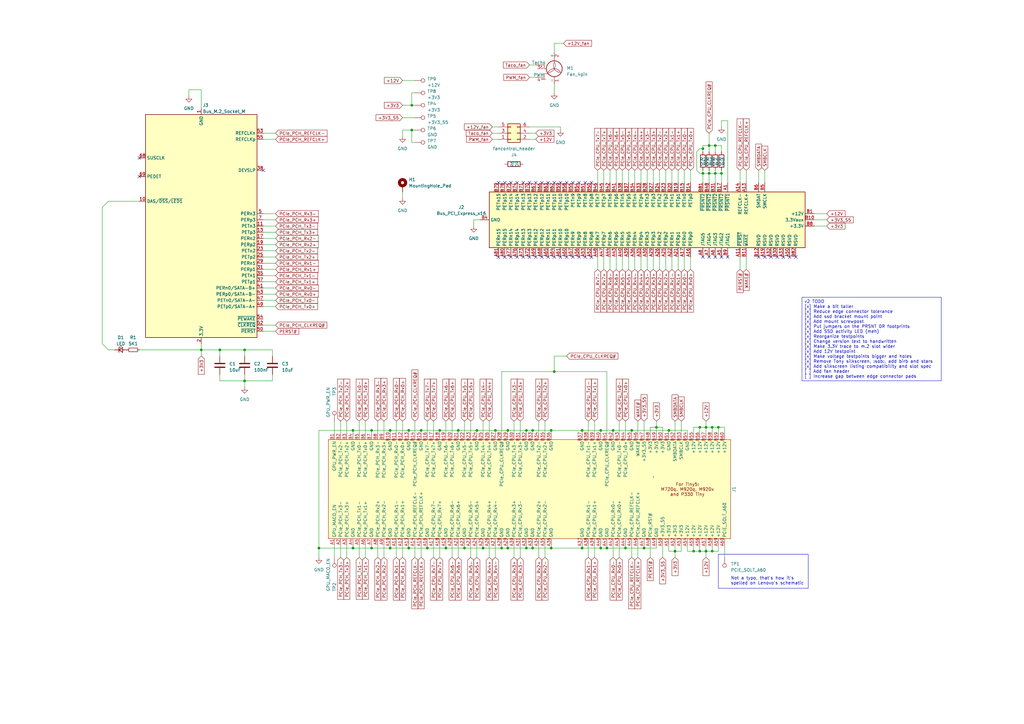
<source format=kicad_sch>
(kicad_sch (version 20231120) (generator "eeschema") (generator_version "8.0")
  (paper "A3")
  (title_block (title "TinyRiser v2") (company "WifiCable") (comment 4 "nya"))
  (junction (at 180.34 176.53))
  (junction (at 198.12 224.79))
  (junction (at 290.83 71.12))
  (junction (at 290.83 59.69))
  (junction (at 208.28 224.79))
  (junction (at 292.1 226.06))
  (junction (at 144.78 224.79))
  (junction (at 246.38 176.53))
  (junction (at 152.4 176.53))
  (junction (at 284.48 226.06))
  (junction (at 218.44 224.79))
  (junction (at 251.46 176.53))
  (junction (at 276.86 226.06))
  (junction (at 289.56 175.26))
  (junction (at 152.4 224.79))
  (junction (at 274.32 176.53))
  (junction (at 160.02 224.79))
  (junction (at 172.72 176.53))
  (junction (at 168.91 43.18))
  (junction (at 167.64 176.53))
  (junction (at 256.54 224.79))
  (junction (at 168.91 53.34))
  (junction (at 238.76 224.79))
  (junction (at 195.58 176.53))
  (junction (at 293.37 59.69))
  (junction (at 130.81 224.79))
  (junction (at 175.26 224.79))
  (junction (at 182.88 224.79))
  (junction (at 215.9 176.53))
  (junction (at 187.96 176.53))
  (junction (at 215.9 224.79))
  (junction (at 293.37 71.12))
  (junction (at 292.1 175.26))
  (junction (at 90.17 143.51))
  (junction (at 288.29 71.12))
  (junction (at 259.08 176.53))
  (junction (at 144.78 176.53))
  (junction (at 238.76 176.53))
  (junction (at 246.38 224.79))
  (junction (at 208.28 176.53))
  (junction (at 100.33 156.21))
  (junction (at 287.02 226.06))
  (junction (at 288.29 60.96))
  (junction (at 205.74 224.79))
  (junction (at 295.91 71.12))
  (junction (at 167.64 224.79))
  (junction (at 218.44 176.53))
  (junction (at 294.64 175.26))
  (junction (at 160.02 176.53))
  (junction (at 264.16 224.79))
  (junction (at 190.5 224.79))
  (junction (at 226.06 176.53))
  (junction (at 269.24 175.26))
  (junction (at 227.33 152.4))
  (junction (at 100.33 143.51))
  (junction (at 287.02 175.26))
  (junction (at 289.56 226.06))
  (junction (at 226.06 224.79))
  (junction (at 248.92 224.79))
  (junction (at 203.2 176.53))
  (junction (at 82.55 143.51))
  (no_connect (at 209.55 105.41))
  (no_connect (at 234.95 74.93))
  (no_connect (at 242.57 74.93))
  (no_connect (at 207.01 74.93))
  (no_connect (at 232.41 105.41))
  (no_connect (at 212.09 74.93))
  (no_connect (at 237.49 105.41))
  (no_connect (at 232.41 74.93))
  (no_connect (at 298.45 105.41))
  (no_connect (at 237.49 74.93))
  (no_connect (at 204.47 105.41))
  (no_connect (at 229.87 105.41))
  (no_connect (at 209.55 74.93))
  (no_connect (at 204.47 74.93))
  (no_connect (at 288.29 105.41))
  (no_connect (at 229.87 74.93))
  (no_connect (at 295.91 105.41))
  (no_connect (at 316.23 105.41))
  (no_connect (at 240.03 74.93))
  (no_connect (at 321.31 105.41))
  (no_connect (at 224.79 105.41))
  (no_connect (at 214.63 74.93))
  (no_connect (at 323.85 105.41))
  (no_connect (at 219.71 74.93))
  (no_connect (at 311.15 105.41))
  (no_connect (at 222.25 74.93))
  (no_connect (at 219.71 105.41))
  (no_connect (at 214.63 105.41))
  (no_connect (at 107.95 69.85))
  (no_connect (at 224.79 74.93))
  (no_connect (at 207.01 105.41))
  (no_connect (at 227.33 105.41))
  (no_connect (at 212.09 105.41))
  (no_connect (at 57.15 72.39))
  (no_connect (at 242.57 105.41))
  (no_connect (at 313.69 105.41))
  (no_connect (at 318.77 105.41))
  (no_connect (at 57.15 64.77))
  (no_connect (at 227.33 74.93))
  (no_connect (at 293.37 105.41))
  (no_connect (at 234.95 105.41))
  (no_connect (at 290.83 105.41))
  (no_connect (at 222.25 105.41))
  (no_connect (at 217.17 105.41))
  (no_connect (at 240.03 105.41))
  (no_connect (at 326.39 105.41))
  (no_connect (at 217.17 74.93))
  (wire (pts (xy 276.86 223.52) (xy 276.86 226.06)))
  (wire (pts (xy 288.29 60.96) (xy 288.29 59.69)))
  (wire (pts (xy 111.76 153.67) (xy 111.76 156.21)))
  (wire (pts (xy 241.3 223.52) (xy 241.3 228.6)))
  (wire (pts (xy 107.95 135.89) (xy 113.03 135.89)))
  (wire (pts (xy 107.95 113.03) (xy 113.03 113.03)))
  (wire (pts (xy 203.2 223.52) (xy 203.2 228.6)))
  (wire (pts (xy 219.71 54.61) (xy 217.17 54.61)))
  (wire (pts (xy 190.5 172.72) (xy 190.5 177.8)))
  (wire (pts (xy 238.76 176.53) (xy 246.38 176.53)))
  (wire (pts (xy 264.16 172.72) (xy 264.16 177.8)))
  (wire (pts (xy 165.1 172.72) (xy 165.1 177.8)))
  (wire (pts (xy 290.83 59.69) (xy 290.83 62.23)))
  (wire (pts (xy 154.94 172.72) (xy 154.94 177.8)))
  (wire (pts (xy 218.44 223.52) (xy 218.44 224.79)))
  (wire (pts (xy 213.36 172.72) (xy 213.36 177.8)))
  (wire (pts (xy 275.59 105.41) (xy 275.59 110.49)))
  (wire (pts (xy 162.56 172.72) (xy 162.56 177.8)))
  (wire (pts (xy 260.35 69.85) (xy 260.35 74.93)))
  (wire (pts (xy 265.43 105.41) (xy 265.43 110.49)))
  (wire (pts (xy 107.95 110.49) (xy 113.03 110.49)))
  (wire (pts (xy 270.51 69.85) (xy 270.51 74.93)))
  (wire (pts (xy 251.46 223.52) (xy 251.46 228.6)))
  (wire (pts (xy 182.88 223.52) (xy 182.88 224.79)))
  (wire (pts (xy 287.02 60.96) (xy 285.75 62.23)))
  (wire (pts (xy 274.32 223.52) (xy 274.32 226.06)))
  (wire (pts (xy 247.65 105.41) (xy 247.65 110.49)))
  (wire (pts (xy 281.94 177.8) (xy 281.94 176.53)))
  (wire (pts (xy 254 223.52) (xy 254 228.6)))
  (wire (pts (xy 223.52 172.72) (xy 223.52 177.8)))
  (wire (pts (xy 311.15 69.85) (xy 311.15 74.93)))
  (wire (pts (xy 229.87 52.07) (xy 217.17 52.07)))
  (wire (pts (xy 77.47 39.37) (xy 77.47 36.83)))
  (wire (pts (xy 297.18 223.52) (xy 297.18 228.6)))
  (wire (pts (xy 287.02 175.26) (xy 289.56 175.26)))
  (wire (pts (xy 289.56 175.26) (xy 292.1 175.26)))
  (wire (pts (xy 82.55 143.51) (xy 82.55 146.05)))
  (wire (pts (xy 284.48 223.52) (xy 284.48 226.06)))
  (wire (pts (xy 182.88 224.79) (xy 190.5 224.79)))
  (wire (pts (xy 227.33 17.78) (xy 231.14 17.78)))
  (wire (pts (xy 107.95 120.65) (xy 113.03 120.65)))
  (wire (pts (xy 287.02 71.12) (xy 288.29 71.12)))
  (wire (pts (xy 219.71 26.67) (xy 217.17 26.67)))
  (wire (pts (xy 177.8 172.72) (xy 177.8 177.8)))
  (wire (pts (xy 264.16 224.79) (xy 269.24 224.79)))
  (wire (pts (xy 294.64 175.26) (xy 297.18 175.26)))
  (wire (pts (xy 130.81 176.53) (xy 144.78 176.53)))
  (wire (pts (xy 285.75 62.23) (xy 285.75 69.85)))
  (wire (pts (xy 195.58 223.52) (xy 195.58 228.6)))
  (wire (pts (xy 203.2 176.53) (xy 208.28 176.53)))
  (wire (pts (xy 167.64 176.53) (xy 172.72 176.53)))
  (wire (pts (xy 261.62 172.72) (xy 261.62 177.8)))
  (wire (pts (xy 226.06 176.53) (xy 238.76 176.53)))
  (wire (pts (xy 218.44 176.53) (xy 226.06 176.53)))
  (wire (pts (xy 208.28 176.53) (xy 215.9 176.53)))
  (wire (pts (xy 266.7 175.26) (xy 269.24 175.26)))
  (wire (pts (xy 205.74 223.52) (xy 205.74 224.79)))
  (wire (pts (xy 297.18 175.26) (xy 297.18 177.8)))
  (wire (pts (xy 204.47 57.15) (xy 201.93 57.15)))
  (wire (pts (xy 137.16 172.72) (xy 137.16 177.8)))
  (wire (pts (xy 182.88 172.72) (xy 182.88 177.8)))
  (wire (pts (xy 168.91 38.1) (xy 168.91 43.18)))
  (wire (pts (xy 205.74 177.8) (xy 205.74 152.4)))
  (wire (pts (xy 252.73 105.41) (xy 252.73 110.49)))
  (wire (pts (xy 215.9 176.53) (xy 215.9 177.8)))
  (wire (pts (xy 195.58 176.53) (xy 203.2 176.53)))
  (wire (pts (xy 252.73 69.85) (xy 252.73 74.93)))
  (wire (pts (xy 276.86 226.06) (xy 276.86 228.6)))
  (wire (pts (xy 226.06 176.53) (xy 226.06 177.8)))
  (wire (pts (xy 90.17 153.67) (xy 90.17 156.21)))
  (wire (pts (xy 269.24 175.26) (xy 269.24 177.8)))
  (wire (pts (xy 167.64 223.52) (xy 167.64 224.79)))
  (wire (pts (xy 294.64 226.06) (xy 292.1 226.06)))
  (wire (pts (xy 250.19 69.85) (xy 250.19 74.93)))
  (wire (pts (xy 187.96 176.53) (xy 195.58 176.53)))
  (wire (pts (xy 165.1 78.74) (xy 165.1 81.28)))
  (wire (pts (xy 275.59 69.85) (xy 275.59 74.93)))
  (wire (pts (xy 270.51 105.41) (xy 270.51 110.49)))
  (wire (pts (xy 205.74 224.79) (xy 208.28 224.79)))
  (wire (pts (xy 185.42 223.52) (xy 185.42 228.6)))
  (wire (pts (xy 295.91 49.53) (xy 298.45 49.53)))
  (wire (pts (xy 285.75 69.85) (xy 287.02 71.12)))
  (wire (pts (xy 257.81 69.85) (xy 257.81 74.93)))
  (wire (pts (xy 160.02 176.53) (xy 167.64 176.53)))
  (wire (pts (xy 293.37 59.69) (xy 293.37 62.23)))
  (wire (pts (xy 251.46 176.53) (xy 251.46 177.8)))
  (wire (pts (xy 200.66 223.52) (xy 200.66 228.6)))
  (wire (pts (xy 245.11 69.85) (xy 245.11 74.93)))
  (wire (pts (xy 259.08 223.52) (xy 259.08 228.6)))
  (wire (pts (xy 256.54 223.52) (xy 256.54 224.79)))
  (wire (pts (xy 303.53 105.41) (xy 303.53 110.49)))
  (wire (pts (xy 165.1 43.18) (xy 168.91 43.18)))
  (wire (pts (xy 152.4 223.52) (xy 152.4 224.79)))
  (wire (pts (xy 185.42 172.72) (xy 185.42 177.8)))
  (wire (pts (xy 289.56 226.06) (xy 289.56 228.6)))
  (wire (pts (xy 279.4 226.06) (xy 279.4 223.52)))
  (wire (pts (xy 139.7 223.52) (xy 139.7 228.6)))
  (wire (pts (xy 281.94 226.06) (xy 281.94 223.52)))
  (wire (pts (xy 198.12 172.72) (xy 198.12 177.8)))
  (wire (pts (xy 227.33 38.1) (xy 227.33 34.29)))
  (wire (pts (xy 261.62 223.52) (xy 261.62 228.6)))
  (wire (pts (xy 227.33 152.4) (xy 248.92 152.4)))
  (wire (pts (xy 210.82 172.72) (xy 210.82 177.8)))
  (wire (pts (xy 283.21 105.41) (xy 283.21 110.49)))
  (wire (pts (xy 90.17 156.21) (xy 100.33 156.21)))
  (wire (pts (xy 203.2 176.53) (xy 203.2 177.8)))
  (wire (pts (xy 274.32 226.06) (xy 276.86 226.06)))
  (wire (pts (xy 172.72 223.52) (xy 172.72 228.6)))
  (wire (pts (xy 334.01 87.63) (xy 339.09 87.63)))
  (wire (pts (xy 208.28 176.53) (xy 208.28 177.8)))
  (wire (pts (xy 218.44 176.53) (xy 218.44 177.8)))
  (wire (pts (xy 276.86 172.72) (xy 276.86 177.8)))
  (wire (pts (xy 226.06 224.79) (xy 238.76 224.79)))
  (wire (pts (xy 278.13 69.85) (xy 278.13 74.93)))
  (wire (pts (xy 284.48 177.8) (xy 284.48 175.26)))
  (wire (pts (xy 162.56 223.52) (xy 162.56 228.6)))
  (wire (pts (xy 288.29 71.12) (xy 288.29 74.93)))
  (wire (pts (xy 107.95 123.19) (xy 113.03 123.19)))
  (wire (pts (xy 193.04 223.52) (xy 193.04 228.6)))
  (wire (pts (xy 147.32 172.72) (xy 147.32 177.8)))
  (wire (pts (xy 290.83 71.12) (xy 290.83 74.93)))
  (wire (pts (xy 226.06 223.52) (xy 226.06 224.79)))
  (wire (pts (xy 280.67 69.85) (xy 280.67 74.93)))
  (wire (pts (xy 165.1 33.02) (xy 170.18 33.02)))
  (wire (pts (xy 90.17 143.51) (xy 100.33 143.51)))
  (wire (pts (xy 82.55 140.97) (xy 82.55 143.51)))
  (wire (pts (xy 170.18 58.42) (xy 168.91 58.42)))
  (wire (pts (xy 157.48 172.72) (xy 157.48 177.8)))
  (wire (pts (xy 180.34 176.53) (xy 180.34 177.8)))
  (wire (pts (xy 288.29 62.23) (xy 288.29 60.96)))
  (wire (pts (xy 144.78 176.53) (xy 152.4 176.53)))
  (wire (pts (xy 246.38 176.53) (xy 246.38 177.8)))
  (wire (pts (xy 293.37 71.12) (xy 293.37 74.93)))
  (wire (pts (xy 294.64 223.52) (xy 294.64 226.06)))
  (wire (pts (xy 251.46 176.53) (xy 259.08 176.53)))
  (wire (pts (xy 295.91 59.69) (xy 295.91 62.23)))
  (wire (pts (xy 293.37 71.12) (xy 295.91 71.12)))
  (wire (pts (xy 295.91 52.07) (xy 295.91 49.53)))
  (wire (pts (xy 144.78 223.52) (xy 144.78 224.79)))
  (wire (pts (xy 255.27 105.41) (xy 255.27 110.49)))
  (wire (pts (xy 157.48 223.52) (xy 157.48 228.6)))
  (wire (pts (xy 232.41 146.05) (xy 227.33 146.05)))
  (wire (pts (xy 254 172.72) (xy 254 177.8)))
  (wire (pts (xy 256.54 172.72) (xy 256.54 177.8)))
  (wire (pts (xy 167.64 176.53) (xy 167.64 177.8)))
  (wire (pts (xy 213.36 223.52) (xy 213.36 228.6)))
  (wire (pts (xy 290.83 71.12) (xy 293.37 71.12)))
  (wire (pts (xy 264.16 223.52) (xy 264.16 224.79)))
  (wire (pts (xy 247.65 69.85) (xy 247.65 74.93)))
  (wire (pts (xy 194.31 90.17) (xy 196.85 90.17)))
  (wire (pts (xy 267.97 105.41) (xy 267.97 110.49)))
  (wire (pts (xy 215.9 176.53) (xy 218.44 176.53)))
  (wire (pts (xy 152.4 176.53) (xy 160.02 176.53)))
  (wire (pts (xy 107.95 95.25) (xy 113.03 95.25)))
  (wire (pts (xy 288.29 71.12) (xy 290.83 71.12)))
  (wire (pts (xy 215.9 223.52) (xy 215.9 224.79)))
  (wire (pts (xy 266.7 223.52) (xy 266.7 228.6)))
  (wire (pts (xy 198.12 224.79) (xy 205.74 224.79)))
  (wire (pts (xy 168.91 53.34) (xy 168.91 58.42)))
  (wire (pts (xy 248.92 224.79) (xy 256.54 224.79)))
  (wire (pts (xy 139.7 172.72) (xy 139.7 177.8)))
  (wire (pts (xy 255.27 69.85) (xy 255.27 74.93)))
  (wire (pts (xy 107.95 115.57) (xy 113.03 115.57)))
  (wire (pts (xy 243.84 172.72) (xy 243.84 177.8)))
  (wire (pts (xy 111.76 143.51) (xy 100.33 143.51)))
  (wire (pts (xy 204.47 54.61) (xy 201.93 54.61)))
  (wire (pts (xy 177.8 223.52) (xy 177.8 228.6)))
  (wire (pts (xy 288.29 60.96) (xy 287.02 60.96)))
  (wire (pts (xy 220.98 223.52) (xy 220.98 228.6)))
  (wire (pts (xy 175.26 172.72) (xy 175.26 177.8)))
  (wire (pts (xy 288.29 69.85) (xy 288.29 71.12)))
  (wire (pts (xy 334.01 92.71) (xy 339.09 92.71)))
  (wire (pts (xy 160.02 223.52) (xy 160.02 224.79)))
  (wire (pts (xy 210.82 223.52) (xy 210.82 228.6)))
  (wire (pts (xy 107.95 97.79) (xy 113.03 97.79)))
  (wire (pts (xy 180.34 176.53) (xy 187.96 176.53)))
  (wire (pts (xy 273.05 105.41) (xy 273.05 110.49)))
  (wire (pts (xy 262.89 105.41) (xy 262.89 110.49)))
  (wire (pts (xy 44.45 143.51) (xy 41.91 140.97)))
  (wire (pts (xy 243.84 223.52) (xy 243.84 228.6)))
  (wire (pts (xy 284.48 226.06) (xy 281.94 226.06)))
  (wire (pts (xy 283.21 69.85) (xy 283.21 74.93)))
  (wire (pts (xy 238.76 224.79) (xy 246.38 224.79)))
  (wire (pts (xy 205.74 152.4) (xy 227.33 152.4)))
  (wire (pts (xy 198.12 223.52) (xy 198.12 224.79)))
  (wire (pts (xy 256.54 224.79) (xy 264.16 224.79)))
  (wire (pts (xy 130.81 224.79) (xy 130.81 176.53)))
  (wire (pts (xy 273.05 69.85) (xy 273.05 74.93)))
  (wire (pts (xy 100.33 156.21) (xy 100.33 153.67)))
  (wire (pts (xy 217.17 31.75) (xy 219.71 31.75)))
  (wire (pts (xy 147.32 223.52) (xy 147.32 228.6)))
  (wire (pts (xy 223.52 223.52) (xy 223.52 228.6)))
  (wire (pts (xy 248.92 223.52) (xy 248.92 224.79)))
  (wire (pts (xy 269.24 172.72) (xy 269.24 175.26)))
  (wire (pts (xy 238.76 223.52) (xy 238.76 224.79)))
  (wire (pts (xy 165.1 48.26) (xy 170.18 48.26)))
  (wire (pts (xy 107.95 118.11) (xy 113.03 118.11)))
  (wire (pts (xy 280.67 105.41) (xy 280.67 110.49)))
  (wire (pts (xy 265.43 69.85) (xy 265.43 74.93)))
  (wire (pts (xy 288.29 59.69) (xy 290.83 59.69)))
  (wire (pts (xy 149.86 223.52) (xy 149.86 228.6)))
  (wire (pts (xy 269.24 175.26) (xy 271.78 175.26)))
  (wire (pts (xy 172.72 176.53) (xy 172.72 177.8)))
  (wire (pts (xy 152.4 224.79) (xy 160.02 224.79)))
  (wire (pts (xy 227.33 146.05) (xy 227.33 152.4)))
  (wire (pts (xy 260.35 105.41) (xy 260.35 110.49)))
  (wire (pts (xy 248.92 152.4) (xy 248.92 177.8)))
  (wire (pts (xy 269.24 224.79) (xy 269.24 223.52)))
  (wire (pts (xy 295.91 69.85) (xy 295.91 71.12)))
  (wire (pts (xy 278.13 105.41) (xy 278.13 110.49)))
  (wire (pts (xy 142.24 172.72) (xy 142.24 177.8)))
  (wire (pts (xy 168.91 43.18) (xy 170.18 43.18)))
  (wire (pts (xy 293.37 59.69) (xy 295.91 59.69)))
  (wire (pts (xy 287.02 175.26) (xy 287.02 177.8)))
  (wire (pts (xy 144.78 177.8) (xy 144.78 176.53)))
  (wire (pts (xy 245.11 105.41) (xy 245.11 110.49)))
  (wire (pts (xy 290.83 69.85) (xy 290.83 71.12)))
  (wire (pts (xy 170.18 53.34) (xy 168.91 53.34)))
  (wire (pts (xy 262.89 69.85) (xy 262.89 74.93)))
  (wire (pts (xy 290.83 59.69) (xy 293.37 59.69)))
  (wire (pts (xy 194.31 92.71) (xy 194.31 90.17)))
  (wire (pts (xy 250.19 105.41) (xy 250.19 110.49)))
  (wire (pts (xy 170.18 223.52) (xy 170.18 228.6)))
  (wire (pts (xy 200.66 172.72) (xy 200.66 177.8)))
  (wire (pts (xy 180.34 223.52) (xy 180.34 228.6)))
  (wire (pts (xy 160.02 224.79) (xy 167.64 224.79)))
  (wire (pts (xy 107.95 90.17) (xy 113.03 90.17)))
  (wire (pts (xy 276.86 226.06) (xy 279.4 226.06)))
  (wire (pts (xy 238.76 176.53) (xy 238.76 177.8)))
  (wire (pts (xy 144.78 224.79) (xy 152.4 224.79)))
  (wire (pts (xy 267.97 69.85) (xy 267.97 74.93)))
  (wire (pts (xy 289.56 172.72) (xy 289.56 175.26)))
  (wire (pts (xy 208.28 224.79) (xy 215.9 224.79)))
  (wire (pts (xy 107.95 92.71) (xy 113.03 92.71)))
  (wire (pts (xy 293.37 69.85) (xy 293.37 71.12)))
  (wire (pts (xy 208.28 223.52) (xy 208.28 224.79)))
  (wire (pts (xy 82.55 36.83) (xy 82.55 44.45)))
  (wire (pts (xy 107.95 87.63) (xy 113.03 87.63)))
  (wire (pts (xy 229.87 53.34) (xy 229.87 52.07)))
  (wire (pts (xy 219.71 57.15) (xy 217.17 57.15)))
  (wire (pts (xy 246.38 223.52) (xy 246.38 224.79)))
  (wire (pts (xy 165.1 53.34) (xy 165.1 55.88)))
  (wire (pts (xy 175.26 224.79) (xy 182.88 224.79)))
  (wire (pts (xy 201.93 52.07) (xy 204.47 52.07)))
  (wire (pts (xy 246.38 176.53) (xy 251.46 176.53)))
  (wire (pts (xy 306.07 69.85) (xy 306.07 74.93)))
  (wire (pts (xy 107.95 107.95) (xy 113.03 107.95)))
  (wire (pts (xy 190.5 223.52) (xy 190.5 224.79)))
  (wire (pts (xy 111.76 146.05) (xy 111.76 143.51)))
  (wire (pts (xy 137.16 223.52) (xy 137.16 228.6)))
  (wire (pts (xy 292.1 223.52) (xy 292.1 226.06)))
  (wire (pts (xy 170.18 38.1) (xy 168.91 38.1)))
  (wire (pts (xy 195.58 176.53) (xy 195.58 177.8)))
  (wire (pts (xy 77.47 36.83) (xy 82.55 36.83)))
  (wire (pts (xy 46.99 143.51) (xy 44.45 143.51)))
  (wire (pts (xy 100.33 146.05) (xy 100.33 143.51)))
  (wire (pts (xy 100.33 156.21) (xy 100.33 158.75)))
  (wire (pts (xy 82.55 143.51) (xy 90.17 143.51)))
  (wire (pts (xy 152.4 176.53) (xy 152.4 177.8)))
  (wire (pts (xy 298.45 49.53) (xy 298.45 74.93)))
  (wire (pts (xy 107.95 102.87) (xy 113.03 102.87)))
  (wire (pts (xy 334.01 90.17) (xy 339.09 90.17)))
  (wire (pts (xy 215.9 224.79) (xy 218.44 224.79)))
  (wire (pts (xy 259.08 176.53) (xy 274.32 176.53)))
  (wire (pts (xy 41.91 140.97) (xy 41.91 85.09)))
  (wire (pts (xy 187.96 176.53) (xy 187.96 177.8)))
  (wire (pts (xy 142.24 223.52) (xy 142.24 228.6)))
  (wire (pts (xy 306.07 105.41) (xy 306.07 110.49)))
  (wire (pts (xy 107.95 54.61) (xy 113.03 54.61)))
  (wire (pts (xy 281.94 176.53) (xy 274.32 176.53)))
  (wire (pts (xy 193.04 172.72) (xy 193.04 177.8)))
  (wire (pts (xy 271.78 175.26) (xy 271.78 177.8)))
  (wire (pts (xy 289.56 175.26) (xy 289.56 177.8)))
  (wire (pts (xy 130.81 224.79) (xy 130.81 228.6)))
  (wire (pts (xy 292.1 175.26) (xy 292.1 177.8)))
  (wire (pts (xy 172.72 176.53) (xy 180.34 176.53)))
  (wire (pts (xy 168.91 53.34) (xy 165.1 53.34)))
  (wire (pts (xy 287.02 223.52) (xy 287.02 226.06)))
  (wire (pts (xy 292.1 226.06) (xy 289.56 226.06)))
  (wire (pts (xy 154.94 223.52) (xy 154.94 228.6)))
  (wire (pts (xy 294.64 175.26) (xy 294.64 177.8)))
  (wire (pts (xy 167.64 224.79) (xy 175.26 224.79)))
  (wire (pts (xy 220.98 172.72) (xy 220.98 177.8)))
  (wire (pts (xy 292.1 175.26) (xy 294.64 175.26)))
  (wire (pts (xy 90.17 143.51) (xy 90.17 146.05)))
  (wire (pts (xy 227.33 21.59) (xy 227.33 17.78)))
  (wire (pts (xy 41.91 85.09) (xy 44.45 82.55)))
  (wire (pts (xy 266.7 177.8) (xy 266.7 175.26)))
  (wire (pts (xy 279.4 172.72) (xy 279.4 177.8)))
  (wire (pts (xy 287.02 226.06) (xy 284.48 226.06)))
  (wire (pts (xy 107.95 105.41) (xy 113.03 105.41)))
  (wire (pts (xy 289.56 223.52) (xy 289.56 226.06)))
  (wire (pts (xy 160.02 176.53) (xy 160.02 177.8)))
  (wire (pts (xy 246.38 224.79) (xy 248.92 224.79)))
  (wire (pts (xy 44.45 82.55) (xy 57.15 82.55)))
  (wire (pts (xy 107.95 133.35) (xy 113.03 133.35)))
  (wire (pts (xy 107.95 57.15) (xy 113.03 57.15)))
  (wire (pts (xy 284.48 175.26) (xy 287.02 175.26)))
  (wire (pts (xy 218.44 224.79) (xy 226.06 224.79)))
  (wire (pts (xy 111.76 156.21) (xy 100.33 156.21)))
  (wire (pts (xy 170.18 172.72) (xy 170.18 177.8)))
  (wire (pts (xy 290.83 54.61) (xy 290.83 59.69)))
  (wire (pts (xy 175.26 223.52) (xy 175.26 224.79)))
  (wire (pts (xy 295.91 71.12) (xy 295.91 74.93)))
  (wire (pts (xy 187.96 223.52) (xy 187.96 228.6)))
  (wire (pts (xy 313.69 69.85) (xy 313.69 74.93)))
  (wire (pts (xy 57.15 143.51) (xy 82.55 143.51)))
  (wire (pts (xy 271.78 223.52) (xy 271.78 228.6)))
  (wire (pts (xy 190.5 224.79) (xy 198.12 224.79)))
  (wire (pts (xy 165.1 223.52) (xy 165.1 228.6)))
  (wire (pts (xy 289.56 226.06) (xy 287.02 226.06)))
  (wire (pts (xy 259.08 177.8) (xy 259.08 176.53)))
  (wire (pts (xy 107.95 125.73) (xy 113.03 125.73)))
  (wire (pts (xy 303.53 69.85) (xy 303.53 74.93)))
  (wire (pts (xy 107.95 100.33) (xy 113.03 100.33)))
  (wire (pts (xy 241.3 172.72) (xy 241.3 177.8)))
  (wire (pts (xy 274.32 176.53) (xy 274.32 177.8)))
  (wire (pts (xy 149.86 172.72) (xy 149.86 177.8)))
  (wire (pts (xy 144.78 224.79) (xy 130.81 224.79)))
  (wire (pts (xy 257.81 105.41) (xy 257.81 110.49)))
  (rectangle (start 294.64 227.33) (end 331.47 241.3))
  (text_box "v2 TODO\n[x] Make a bit taller\n[x] Reduce edge connector tolerance\n[x] Add ssd bracket mount point\n[x] Add mount screwpost\n[x] Put jumpers on the PRSNT 0R footprints\n[x] Add SSD activity LED (meh)\n[x] Reorganize testpoints\n[x] Change version text to handwritten\n[x] Make 3.3V trace to m.2 slot wider\n[x] Add 12V testpoint\n[x] Make voltage testpoints bigger and holes\n[x] Remove Tony silkscreen, :sob:, add birb and stars\n[x] Add silkscreen listing compatibility and slot spec\n[ ] Add fan header\n[ ] Increase gap between edge connector pads" (at 328.93 121.92 0) (size 57.15 34.29) (effects (font (size 1.27 1.27)) (justify left top)))
  (text "Not a typo, that's how it's\nspelled on Lenovo's schematic" (at 299.72 240.03 0) (effects (font (size 1.27 1.27)) (justify left bottom)))
  (global_label "PCIe_PCH_Rx1-" (shape input) (at 162.56 228.6 270) (property "Intersheetrefs" "${INTERSHEET_REFS}" (effects (hide yes))))
  (global_label "PCIe_CPU_Tx1+" (shape input) (at 243.84 172.72 90) (property "Intersheetrefs" "${INTERSHEET_REFS}" (effects (hide yes))))
  (global_label "PCIe_CPU_Rx2-" (shape input) (at 223.52 228.6 270) (property "Intersheetrefs" "${INTERSHEET_REFS}" (effects (hide yes))))
  (global_label "PERST#" (shape input) (at 266.7 228.6 270) (property "Intersheetrefs" "${INTERSHEET_REFS}" (effects (hide yes))))
  (global_label "PCIe_CPU_Rx1-" (shape input) (at 241.3 228.6 270) (property "Intersheetrefs" "${INTERSHEET_REFS}" (effects (hide yes))))
  (global_label "PCIe_CPU_Rx1+" (shape input) (at 278.13 110.49 270) (property "Intersheetrefs" "${INTERSHEET_REFS}" (effects (hide yes))))
  (global_label "PCIe_CPU_Tx3-" (shape input) (at 265.43 69.85 90) (property "Intersheetrefs" "${INTERSHEET_REFS}" (effects (hide yes))))
  (global_label "PCIe_PCH_Rx3-" (shape input) (at 113.03 87.63 0) (property "Intersheetrefs" "${INTERSHEET_REFS}" (effects (hide yes))))
  (global_label "+3V3_S5" (shape input) (at 339.09 90.17 0) (property "Intersheetrefs" "${INTERSHEET_REFS}" (effects (hide yes))))
  (global_label "PCIe_CPU_Tx2+" (shape input) (at 223.52 172.72 90) (property "Intersheetrefs" "${INTERSHEET_REFS}" (effects (hide yes))))
  (global_label "PCIe_CPU_Tx2+" (shape input) (at 273.05 69.85 90) (property "Intersheetrefs" "${INTERSHEET_REFS}" (effects (hide yes))))
  (global_label "PCIe_CPU_REFCLK-" (shape input) (at 303.53 69.85 90) (property "Intersheetrefs" "${INTERSHEET_REFS}" (effects (hide yes))))
  (global_label "+12V_fan" (shape input) (at 201.93 52.07 180) (property "Intersheetrefs" "${INTERSHEET_REFS}" (effects (hide yes))))
  (global_label "PCIe_CPU_Rx6+" (shape input) (at 187.96 228.6 270) (property "Intersheetrefs" "${INTERSHEET_REFS}" (effects (hide yes))))
  (global_label "PCIe_PCH_Tx1-" (shape input) (at 113.03 113.03 0) (property "Intersheetrefs" "${INTERSHEET_REFS}" (effects (hide yes))))
  (global_label "PCIe_PCH_CLKREQ#" (shape input) (at 113.03 133.35 0) (property "Intersheetrefs" "${INTERSHEET_REFS}" (effects (hide yes))))
  (global_label "PCIe_CPU_Rx7-" (shape input) (at 245.11 110.49 270) (property "Intersheetrefs" "${INTERSHEET_REFS}" (effects (hide yes))))
  (global_label "+3V3" (shape input) (at 339.09 92.71 0) (property "Intersheetrefs" "${INTERSHEET_REFS}" (effects (hide yes))))
  (global_label "PCIe_PCH_REFCLK+" (shape input) (at 113.03 57.15 0) (property "Intersheetrefs" "${INTERSHEET_REFS}" (effects (hide yes))))
  (global_label "PCIe_PCH_Tx0-" (shape input) (at 113.03 123.19 0) (property "Intersheetrefs" "${INTERSHEET_REFS}" (effects (hide yes))))
  (global_label "PCIe_PCH_Tx2+" (shape input) (at 113.03 105.41 0) (property "Intersheetrefs" "${INTERSHEET_REFS}" (effects (hide yes))))
  (global_label "PCIe_CPU_Rx5-" (shape input) (at 193.04 228.6 270) (property "Intersheetrefs" "${INTERSHEET_REFS}" (effects (hide yes))))
  (global_label "PCIe_CPU_Tx4+" (shape input) (at 262.89 69.85 90) (property "Intersheetrefs" "${INTERSHEET_REFS}" (effects (hide yes))))
  (global_label "+3V3" (shape input) (at 269.24 172.72 90) (property "Intersheetrefs" "${INTERSHEET_REFS}" (effects (hide yes))))
  (global_label "PCIe_CPU_REFCLK+" (shape input) (at 261.62 228.6 270) (property "Intersheetrefs" "${INTERSHEET_REFS}" (effects (hide yes))))
  (global_label "PCIe_CPU_Rx5-" (shape input) (at 255.27 110.49 270) (property "Intersheetrefs" "${INTERSHEET_REFS}" (effects (hide yes))))
  (global_label "PCIe_CPU_Rx6-" (shape input) (at 250.19 110.49 270) (property "Intersheetrefs" "${INTERSHEET_REFS}" (effects (hide yes))))
  (global_label "PCIe_CPU_Tx0-" (shape input) (at 280.67 69.85 90) (property "Intersheetrefs" "${INTERSHEET_REFS}" (effects (hide yes))))
  (global_label "WAKE#" (shape input) (at 261.62 172.72 90) (property "Intersheetrefs" "${INTERSHEET_REFS}" (effects (hide yes))))
  (global_label "PCIe_CPU_Rx3+" (shape input) (at 210.82 228.6 270) (property "Intersheetrefs" "${INTERSHEET_REFS}" (effects (hide yes))))
  (global_label "PCIe_PCH_Tx2-" (shape input) (at 113.03 102.87 0) (property "Intersheetrefs" "${INTERSHEET_REFS}" (effects (hide yes))))
  (global_label "PCIe_CPU_Rx7-" (shape input) (at 177.8 228.6 270) (property "Intersheetrefs" "${INTERSHEET_REFS}" (effects (hide yes))))
  (global_label "PCIe_CPU_Tx0+" (shape input) (at 283.21 69.85 90) (property "Intersheetrefs" "${INTERSHEET_REFS}" (effects (hide yes))))
  (global_label "+3V3_S5" (shape input) (at 271.78 228.6 270) (property "Intersheetrefs" "${INTERSHEET_REFS}" (effects (hide yes))))
  (global_label "PCIe_CPU_Tx2-" (shape input) (at 270.51 69.85 90) (property "Intersheetrefs" "${INTERSHEET_REFS}" (effects (hide yes))))
  (global_label "PCIe_CPU_Tx4+" (shape input) (at 200.66 172.72 90) (property "Intersheetrefs" "${INTERSHEET_REFS}" (effects (hide yes))))
  (global_label "+3V3" (shape input) (at 82.55 146.05 270) (property "Intersheetrefs" "${INTERSHEET_REFS}" (effects (hide yes))))
  (global_label "PCIe_PCH_Rx0-" (shape input) (at 113.03 118.11 0) (property "Intersheetrefs" "${INTERSHEET_REFS}" (effects (hide yes))))
  (global_label "PCIe_CPU_Rx3-" (shape input) (at 265.43 110.49 270) (property "Intersheetrefs" "${INTERSHEET_REFS}" (effects (hide yes))))
  (global_label "PCIe_CPU_Tx0+" (shape input) (at 256.54 172.72 90) (property "Intersheetrefs" "${INTERSHEET_REFS}" (effects (hide yes))))
  (global_label "PERST#" (shape input) (at 303.53 110.49 270) (property "Intersheetrefs" "${INTERSHEET_REFS}" (effects (hide yes))))
  (global_label "PCIe_CPU_Tx3-" (shape input) (at 210.82 172.72 90) (property "Intersheetrefs" "${INTERSHEET_REFS}" (effects (hide yes))))
  (global_label "PCIe_CPU_Tx1-" (shape input) (at 241.3 172.72 90) (property "Intersheetrefs" "${INTERSHEET_REFS}" (effects (hide yes))))
  (global_label "PCIe_CPU_Tx7-" (shape input) (at 175.26 172.72 90) (property "Intersheetrefs" "${INTERSHEET_REFS}" (effects (hide yes))))
  (global_label "PCIe_CPU_Rx4+" (shape input) (at 200.66 228.6 270) (property "Intersheetrefs" "${INTERSHEET_REFS}" (effects (hide yes))))
  (global_label "SMBDATA" (shape input) (at 311.15 69.85 90) (property "Intersheetrefs" "${INTERSHEET_REFS}" (effects (hide yes))))
  (global_label "PCIe_PCH_Rx0+" (shape input) (at 165.1 172.72 90) (property "Intersheetrefs" "${INTERSHEET_REFS}" (effects (hide yes))))
  (global_label "PCIe_PCH_Tx1+" (shape input) (at 113.03 115.57 0) (property "Intersheetrefs" "${INTERSHEET_REFS}" (effects (hide yes))))
  (global_label "SMBDATA" (shape input) (at 276.86 172.72 90) (property "Intersheetrefs" "${INTERSHEET_REFS}" (effects (hide yes))))
  (global_label "PCIe_CPU_Tx0-" (shape input) (at 254 172.72 90) (property "Intersheetrefs" "${INTERSHEET_REFS}" (effects (hide yes))))
  (global_label "PCIe_CPU_Tx7+" (shape input) (at 177.8 172.72 90) (property "Intersheetrefs" "${INTERSHEET_REFS}" (effects (hide yes))))
  (global_label "PCIe_CPU_Rx0-" (shape input) (at 280.67 110.49 270) (property "Intersheetrefs" "${INTERSHEET_REFS}" (effects (hide yes))))
  (global_label "PWM_fan" (shape input) (at 217.17 31.75 180) (property "Intersheetrefs" "${INTERSHEET_REFS}" (effects (hide yes))))
  (global_label "SMBCLK" (shape input) (at 313.69 69.85 90) (property "Intersheetrefs" "${INTERSHEET_REFS}" (effects (hide yes))))
  (global_label "PWM_fan" (shape input) (at 201.93 57.15 180) (property "Intersheetrefs" "${INTERSHEET_REFS}" (effects (hide yes))))
  (global_label "PCIe_CPU_Rx0-" (shape input) (at 251.46 228.6 270) (property "Intersheetrefs" "${INTERSHEET_REFS}" (effects (hide yes))))
  (global_label "PCIe_CPU_Rx5+" (shape input) (at 195.58 228.6 270) (property "Intersheetrefs" "${INTERSHEET_REFS}" (effects (hide yes))))
  (global_label "PCIe_PCH_Tx1+" (shape input) (at 149.86 228.6 270) (property "Intersheetrefs" "${INTERSHEET_REFS}" (effects (hide yes))))
  (global_label "PCIe_PCH_Tx2+" (shape input) (at 142.24 172.72 90) (property "Intersheetrefs" "${INTERSHEET_REFS}" (effects (hide yes))))
  (global_label "PCIe_CPU_Rx7+" (shape input) (at 247.65 110.49 270) (property "Intersheetrefs" "${INTERSHEET_REFS}" (effects (hide yes))))
  (global_label "PCIe_PCH_Rx3-" (shape input) (at 154.94 172.72 90) (property "Intersheetrefs" "${INTERSHEET_REFS}" (effects (hide yes))))
  (global_label "PCIe_CPU_Tx7+" (shape input) (at 247.65 69.85 90) (property "Intersheetrefs" "${INTERSHEET_REFS}" (effects (hide yes))))
  (global_label "PCIe_CPU_Rx1-" (shape input) (at 275.59 110.49 270) (property "Intersheetrefs" "${INTERSHEET_REFS}" (effects (hide yes))))
  (global_label "+3V3_S5" (shape input) (at 165.1 48.26 180) (property "Intersheetrefs" "${INTERSHEET_REFS}" (effects (hide yes))))
  (global_label "Taco_fan" (shape input) (at 201.93 54.61 180) (property "Intersheetrefs" "${INTERSHEET_REFS}" (effects (hide yes))))
  (global_label "+3V3_S5" (shape input) (at 264.16 172.72 90) (property "Intersheetrefs" "${INTERSHEET_REFS}" (effects (hide yes))))
  (global_label "PCIe_CPU_Rx3+" (shape input) (at 267.97 110.49 270) (property "Intersheetrefs" "${INTERSHEET_REFS}" (effects (hide yes))))
  (global_label "PCIe_CPU_CLKREQ#" (shape input) (at 232.41 146.05 0) (property "Intersheetrefs" "${INTERSHEET_REFS}" (effects (hide yes))))
  (global_label "PCIe_CPU_Rx4-" (shape input) (at 260.35 110.49 270) (property "Intersheetrefs" "${INTERSHEET_REFS}" (effects (hide yes))))
  (global_label "PCIe_PCH_Rx0-" (shape input) (at 162.56 172.72 90) (property "Intersheetrefs" "${INTERSHEET_REFS}" (effects (hide yes))))
  (global_label "PCIe_CPU_Rx4-" (shape input) (at 203.2 228.6 270) (property "Intersheetrefs" "${INTERSHEET_REFS}" (effects (hide yes))))
  (global_label "PCIe_CPU_Rx2+" (shape input) (at 273.05 110.49 270) (property "Intersheetrefs" "${INTERSHEET_REFS}" (effects (hide yes))))
  (global_label "PCIe_CPU_Rx7+" (shape input) (at 180.34 228.6 270) (property "Intersheetrefs" "${INTERSHEET_REFS}" (effects (hide yes))))
  (global_label "PCIe_CPU_Tx2-" (shape input) (at 220.98 172.72 90) (property "Intersheetrefs" "${INTERSHEET_REFS}" (effects (hide yes))))
  (global_label "PCIe_CPU_Tx4-" (shape input) (at 198.12 172.72 90) (property "Intersheetrefs" "${INTERSHEET_REFS}" (effects (hide yes))))
  (global_label "PCIe_CPU_Tx5-" (shape input) (at 255.27 69.85 90) (property "Intersheetrefs" "${INTERSHEET_REFS}" (effects (hide yes))))
  (global_label "PCIe_PCH_Rx1+" (shape input) (at 113.03 110.49 0) (property "Intersheetrefs" "${INTERSHEET_REFS}" (effects (hide yes))))
  (global_label "PCIe_PCH_REFCLK-" (shape input) (at 170.18 228.6 270) (property "Intersheetrefs" "${INTERSHEET_REFS}" (effects (hide yes))))
  (global_label "PCIe_CPU_REFCLK-" (shape input) (at 259.08 228.6 270) (property "Intersheetrefs" "${INTERSHEET_REFS}" (effects (hide yes))))
  (global_label "PCIe_CPU_Rx1+" (shape input) (at 243.84 228.6 270) (property "Intersheetrefs" "${INTERSHEET_REFS}" (effects (hide yes))))
  (global_label "PCIe_CPU_Tx3+" (shape input) (at 267.97 69.85 90) (property "Intersheetrefs" "${INTERSHEET_REFS}" (effects (hide yes))))
  (global_label "PCIe_PCH_REFCLK+" (shape input) (at 172.72 228.6 270) (property "Intersheetrefs" "${INTERSHEET_REFS}" (effects (hide yes))))
  (global_label "PCIe_CPU_Tx4-" (shape input) (at 260.35 69.85 90) (property "Intersheetrefs" "${INTERSHEET_REFS}" (effects (hide yes))))
  (global_label "PERST#" (shape input) (at 113.03 135.89 0) (property "Intersheetrefs" "${INTERSHEET_REFS}" (effects (hide yes))))
  (global_label "PCIe_PCH_Tx1-" (shape input) (at 147.32 228.6 270) (property "Intersheetrefs" "${INTERSHEET_REFS}" (effects (hide yes))))
  (global_label "PCIe_CPU_Tx5+" (shape input) (at 257.81 69.85 90) (property "Intersheetrefs" "${INTERSHEET_REFS}" (effects (hide yes))))
  (global_label "PCIe_PCH_Tx3-" (shape input) (at 113.03 92.71 0) (property "Intersheetrefs" "${INTERSHEET_REFS}" (effects (hide yes))))
  (global_label "PCIe_CPU_Rx5+" (shape input) (at 257.81 110.49 270) (property "Intersheetrefs" "${INTERSHEET_REFS}" (effects (hide yes))))
  (global_label "PCIe_PCH_Rx2+" (shape input) (at 113.03 100.33 0) (property "Intersheetrefs" "${INTERSHEET_REFS}" (effects (hide yes))))
  (global_label "+12V" (shape input) (at 289.56 228.6 270) (property "Intersheetrefs" "${INTERSHEET_REFS}" (effects (hide yes))))
  (global_label "WAKE#" (shape input) (at 306.07 110.49 270) (property "Intersheetrefs" "${INTERSHEET_REFS}" (effects (hide yes))))
  (global_label "PCIe_CPU_Tx1+" (shape input) (at 278.13 69.85 90) (property "Intersheetrefs" "${INTERSHEET_REFS}" (effects (hide yes))))
  (global_label "PCIe_CPU_REFCLK+" (shape input) (at 306.07 69.85 90) (property "Intersheetrefs" "${INTERSHEET_REFS}" (effects (hide yes))))
  (global_label "PCIe_CPU_Rx3-" (shape input) (at 213.36 228.6 270) (property "Intersheetrefs" "${INTERSHEET_REFS}" (effects (hide yes))))
  (global_label "Taco_fan" (shape input) (at 217.17 26.67 180) (property "Intersheetrefs" "${INTERSHEET_REFS}" (effects (hide yes))))
  (global_label "PCIe_PCH_Rx2+" (shape input) (at 154.94 228.6 270) (property "Intersheetrefs" "${INTERSHEET_REFS}" (effects (hide yes))))
  (global_label "PCIe_PCH_Rx3+" (shape input) (at 113.03 90.17 0) (property "Intersheetrefs" "${INTERSHEET_REFS}" (effects (hide yes))))
  (global_label "PCIe_CPU_Tx6+" (shape input) (at 185.42 172.72 90) (property "Intersheetrefs" "${INTERSHEET_REFS}" (effects (hide yes))))
  (global_label "+3V3" (shape input) (at 165.1 43.18 180) (property "Intersheetrefs" "${INTERSHEET_REFS}" (effects (hide yes))))
  (global_label "+12V" (shape input) (at 219.71 57.15 0) (property "Intersheetrefs" "${INTERSHEET_REFS}" (effects (hide yes))))
  (global_label "PCIe_CPU_Rx2+" (shape input) (at 220.98 228.6 270) (property "Intersheetrefs" "${INTERSHEET_REFS}" (effects (hide yes))))
  (global_label "PCIe_PCH_Rx2-" (shape input) (at 157.48 228.6 270) (property "Intersheetrefs" "${INTERSHEET_REFS}" (effects (hide yes))))
  (global_label "+3V3" (shape input) (at 276.86 228.6 270) (property "Intersheetrefs" "${INTERSHEET_REFS}" (effects (hide yes))))
  (global_label "+3V3" (shape input) (at 219.71 54.61 0) (property "Intersheetrefs" "${INTERSHEET_REFS}" (effects (hide yes))))
  (global_label "PCIe_PCH_Rx2-" (shape input) (at 113.03 97.79 0) (property "Intersheetrefs" "${INTERSHEET_REFS}" (effects (hide yes))))
  (global_label "PCIe_CPU_Rx6-" (shape input) (at 185.42 228.6 270) (property "Intersheetrefs" "${INTERSHEET_REFS}" (effects (hide yes))))
  (global_label "PCIe_PCH_Rx1-" (shape input) (at 113.03 107.95 0) (property "Intersheetrefs" "${INTERSHEET_REFS}" (effects (hide yes))))
  (global_label "PCIe_PCH_Tx3-" (shape input) (at 139.7 228.6 270) (property "Intersheetrefs" "${INTERSHEET_REFS}" (effects (hide yes))))
  (global_label "PCIe_CPU_Tx6-" (shape input) (at 250.19 69.85 90) (property "Intersheetrefs" "${INTERSHEET_REFS}" (effects (hide yes))))
  (global_label "SMBCLK" (shape input) (at 279.4 172.72 90) (property "Intersheetrefs" "${INTERSHEET_REFS}" (effects (hide yes))))
  (global_label "+12V" (shape input) (at 339.09 87.63 0) (property "Intersheetrefs" "${INTERSHEET_REFS}" (effects (hide yes))))
  (global_label "PCIe_CPU_Rx6+" (shape input) (at 252.73 110.49 270) (property "Intersheetrefs" "${INTERSHEET_REFS}" (effects (hide yes))))
  (global_label "PCIe_CPU_Tx6+" (shape input) (at 252.73 69.85 90) (property "Intersheetrefs" "${INTERSHEET_REFS}" (effects (hide yes))))
  (global_label "PCIe_PCH_Rx3+" (shape input) (at 157.48 172.72 90) (property "Intersheetrefs" "${INTERSHEET_REFS}" (effects (hide yes))))
  (global_label "PCIe_PCH_CLKREQ#" (shape input) (at 170.18 172.72 90) (property "Intersheetrefs" "${INTERSHEET_REFS}" (effects (hide yes))))
  (global_label "PCIe_CPU_Tx6-" (shape input) (at 182.88 172.72 90) (property "Intersheetrefs" "${INTERSHEET_REFS}" (effects (hide yes))))
  (global_label "PCIe_PCH_Rx1+" (shape input) (at 165.1 228.6 270) (property "Intersheetrefs" "${INTERSHEET_REFS}" (effects (hide yes))))
  (global_label "PCIe_CPU_CLKREQ#" (shape input) (at 290.83 54.61 90) (property "Intersheetrefs" "${INTERSHEET_REFS}" (effects (hide yes))))
  (global_label "PCIe_CPU_Rx0+" (shape input) (at 254 228.6 270) (property "Intersheetrefs" "${INTERSHEET_REFS}" (effects (hide yes))))
  (global_label "PCIe_PCH_Tx0+" (shape input) (at 113.03 125.73 0) (property "Intersheetrefs" "${INTERSHEET_REFS}" (effects (hide yes))))
  (global_label "PCIe_CPU_Tx7-" (shape input) (at 245.11 69.85 90) (property "Intersheetrefs" "${INTERSHEET_REFS}" (effects (hide yes))))
  (global_label "PCIe_CPU_Rx4+" (shape input) (at 262.89 110.49 270) (property "Intersheetrefs" "${INTERSHEET_REFS}" (effects (hide yes))))
  (global_label "PCIe_PCH_Tx2-" (shape input) (at 139.7 172.72 90) (property "Intersheetrefs" "${INTERSHEET_REFS}" (effects (hide yes))))
  (global_label "PCIe_PCH_Tx3+" (shape input) (at 142.24 228.6 270) (property "Intersheetrefs" "${INTERSHEET_REFS}" (effects (hide yes))))
  (global_label "PCIe_PCH_Tx0-" (shape input) (at 147.32 172.72 90) (property "Intersheetrefs" "${INTERSHEET_REFS}" (effects (hide yes))))
  (global_label "PCIe_CPU_Tx5+" (shape input) (at 193.04 172.72 90) (property "Intersheetrefs" "${INTERSHEET_REFS}" (effects (hide yes))))
  (global_label "+12V" (shape input) (at 165.1 33.02 180) (property "Intersheetrefs" "${INTERSHEET_REFS}" (effects (hide yes))))
  (global_label "PCIe_CPU_Tx1-" (shape input) (at 275.59 69.85 90) (property "Intersheetrefs" "${INTERSHEET_REFS}" (effects (hide yes))))
  (global_label "PCIe_CPU_Tx5-" (shape input) (at 190.5 172.72 90) (property "Intersheetrefs" "${INTERSHEET_REFS}" (effects (hide yes))))
  (global_label "PCIe_PCH_Tx3+" (shape input) (at 113.03 95.25 0) (property "Intersheetrefs" "${INTERSHEET_REFS}" (effects (hide yes))))
  (global_label "PCIe_PCH_Rx0+" (shape input) (at 113.03 120.65 0) (property "Intersheetrefs" "${INTERSHEET_REFS}" (effects (hide yes))))
  (global_label "+12V" (shape input) (at 289.56 172.72 90) (property "Intersheetrefs" "${INTERSHEET_REFS}" (effects (hide yes))))
  (global_label "PCIe_PCH_REFCLK-" (shape input) (at 113.03 54.61 0) (property "Intersheetrefs" "${INTERSHEET_REFS}" (effects (hide yes))))
  (global_label "PCIe_CPU_Rx2-" (shape input) (at 270.51 110.49 270) (property "Intersheetrefs" "${INTERSHEET_REFS}" (effects (hide yes))))
  (global_label "+12V_fan" (shape input) (at 231.14 17.78 0) (property "Intersheetrefs" "${INTERSHEET_REFS}" (effects (hide yes))))
  (global_label "PCIe_CPU_Rx0+" (shape input) (at 283.21 110.49 270) (property "Intersheetrefs" "${INTERSHEET_REFS}" (effects (hide yes))))
  (global_label "PCIe_PCH_Tx0+" (shape input) (at 149.86 172.72 90) (property "Intersheetrefs" "${INTERSHEET_REFS}" (effects (hide yes))))
  (global_label "PCIe_CPU_Tx3+" (shape input) (at 213.36 172.72 90) (property "Intersheetrefs" "${INTERSHEET_REFS}" (effects (hide yes))))
  (symbol (lib_id "power:GND") (at 229.87 53.34 0) (unit 1)
    (property "Reference" "#PWR09" (effects (hide yes)))
    (property "Value" "GND" (at 229.87 58.42 0))
  )
  (symbol (lib_id "Connector:TestPoint") (at 170.18 43.18 270) (unit 1)
    (property "Reference" "TP4" (at 175.26 42.545 90) (effects (justify left)))
    (property "Value" "+3V3" (at 175.26 45.085 90) (effects (justify left)))
    (property "Footprint" "TestPoint:TestPoint_THTPad_D1.5mm_Drill0.7mm" (effects (hide yes)))
  )
  (symbol (lib_id "Device:R") (at 293.37 66.04 0) (unit 1)
    (property "Reference" "R4" (at 292.1 65.405 0) (effects (justify left)))
    (property "Value" "0R" (at 292.1 67.31 0) (effects (justify left)))
    (property "Footprint" "Resistor_SMD:R_0603_1608Metric_Pad0.98x0.95mm_HandSolder" (effects (hide yes)))
  )
  (symbol (lib_id "Device:C") (at 90.17 149.86 0) (unit 1)
    (property "Reference" "C1" (at 93.98 149.225 0) (effects (justify left)))
    (property "Value" "10uF" (at 93.98 151.765 0) (effects (justify left)))
    (property "Footprint" "Capacitor_SMD:C_0603_1608Metric" (effects (hide yes)))
  )
  (symbol (lib_id "Device:R") (at 288.29 66.04 0) (unit 1)
    (property "Reference" "R2" (at 287.02 65.405 0) (effects (justify left)))
    (property "Value" "0R" (at 287.02 67.31 0) (effects (justify left)))
    (property "Footprint" "Resistor_SMD:R_0603_1608Metric_Pad0.98x0.95mm_HandSolder" (effects (hide yes)))
  )
  (symbol (lib_id "Connector:TestPoint") (at 137.16 228.6 180) (unit 1)
    (property "Reference" "TP2" (at 137.16 242.57 90) (effects (justify right)))
    (property "Value" "GPU_MACO_EN" (at 134.62 242.57 90) (effects (justify right)))
    (property "Footprint" "TestPoint:TestPoint_Pad_D1.0mm" (effects (hide yes)))
  )
  (symbol (lib_id "power:GND") (at 295.91 52.07 0) (unit 1)
    (property "Reference" "#PWR04" (effects (hide yes)))
    (property "Value" "GND" (at 295.91 57.15 0))
  )
  (symbol (lib_id "Connector:TestPoint") (at 170.18 53.34 270) (unit 1)
    (property "Reference" "TP6" (at 175.26 52.705 90) (effects (justify left)))
    (property "Value" "GND" (at 175.26 55.245 90) (effects (justify left)))
    (property "Footprint" "TestPoint:TestPoint_THTPad_D1.5mm_Drill0.7mm" (effects (hide yes)))
  )
  (symbol (lib_id "Connector_Generic:Conn_02x03_Odd_Even") (at 209.55 54.61 0) (mirror x) (unit 1)
    (property "Reference" "J4" (at 210.82 63.5 0))
    (property "Value" "fancontrol_header" (at 210.82 60.96 0))
    (property "Footprint" "Connector_PinSocket_2.54mm:PinSocket_2x03_P2.54mm_Horizontal" (effects (hide yes)))
    (property "Description" "Generic connector, double row, 02x03, odd/even pin numbering scheme (row 1 odd numbers, row 2 even numbers), script generated (kicad-library-utils/schlib/autogen/connector/)" (effects (hide yes)))
  )
  (symbol (lib_id "power:GND") (at 130.81 228.6 0) (unit 1)
    (property "Reference" "#PWR01" (effects (hide yes)))
    (property "Value" "GND" (at 130.81 233.68 0))
  )
  (symbol (lib_id "Device:R") (at 210.82 67.31 90) (unit 1)
    (property "Reference" "R6" (at 210.185 68.58 0) (effects (justify left)))
    (property "Value" "0R" (at 212.09 68.58 0) (effects (justify left)))
    (property "Footprint" "Resistor_SMD:R_0603_1608Metric_Pad0.98x0.95mm_HandSolder" (effects (hide yes)))
  )
  (symbol (lib_id "Device:C") (at 100.33 149.86 0) (unit 1)
    (property "Reference" "C2" (at 104.14 149.225 0) (effects (justify left)))
    (property "Value" "100nF" (at 104.14 151.765 0) (effects (justify left)))
    (property "Footprint" "Capacitor_SMD:C_0603_1608Metric" (effects (hide yes)))
  )
  (symbol (lib_id "power:GND") (at 227.33 38.1 0) (unit 1)
    (property "Reference" "#PWR08" (effects (hide yes)))
    (property "Value" "GND" (at 227.33 43.18 0))
  )
  (symbol (lib_id "power:GND") (at 165.1 55.88 0) (unit 1)
    (property "Reference" "#PWR05" (effects (hide yes)))
    (property "Value" "GND" (at 165.1 60.96 0))
  )
  (symbol (lib_id "Device:R") (at 290.83 66.04 0) (unit 1)
    (property "Reference" "R3" (at 289.56 65.405 0) (effects (justify left)))
    (property "Value" "0R" (at 289.56 67.31 0) (effects (justify left)))
    (property "Footprint" "Resistor_SMD:R_0603_1608Metric_Pad0.98x0.95mm_HandSolder" (effects (hide yes)))
  )
  (symbol (lib_id "Device:LED_Small") (at 49.53 143.51 0) (unit 1)
    (property "Reference" "D1" (at 49.53 138.43 0))
    (property "Value" "LED" (at 49.53 140.97 0))
    (property "Footprint" "Diode_SMD:D_0603_1608Metric_Pad1.05x0.95mm_HandSolder" (effects (hide yes)))
  )
  (symbol (lib_id "Connector:TestPoint") (at 170.18 48.26 270) (unit 1)
    (property "Reference" "TP5" (at 175.26 47.625 90) (effects (justify left)))
    (property "Value" "+3V3_S5" (at 175.26 50.165 90) (effects (justify left)))
    (property "Footprint" "TestPoint:TestPoint_THTPad_D1.5mm_Drill0.7mm" (effects (hide yes)))
  )
  (symbol (lib_id "Motor:Fan_4pin") (at 227.33 29.21 0) (unit 1)
    (property "Reference" "M1" (at 232.41 27.9399 0) (effects (justify left)))
    (property "Value" "Fan_4pin" (at 232.41 30.4799 0) (effects (justify left)))
    (property "Footprint" "Connector:FanPinHeader_1x04_P2.54mm_Vertical" (effects (hide yes)))
    (property "Datasheet" "http://www.formfactors.org/developer%5Cspecs%5Crev1_2_public.pdf" (effects (hide yes)))
    (property "Description" "Fan, tacho output, PWM input, 4-pin connector" (effects (hide yes)))
  )
  (symbol (lib_id "Mechanical:MountingHole_Pad") (at 165.1 76.2 0) (unit 1)
    (property "Reference" "H1" (at 167.64 73.66 0) (effects (justify left)))
    (property "Value" "MountingHole_Pad" (at 167.64 76.2 0) (effects (justify left)))
    (property "Footprint" "MountingHole:MountingHole_4.3mm_M4_ISO7380_Pad_TopOnly" (effects (hide yes)))
  )
  (symbol (lib_id "power:GND") (at 100.33 158.75 0) (unit 1)
    (property "Reference" "#PWR06" (effects (hide yes)))
    (property "Value" "GND" (at 100.33 163.83 0))
  )
  (symbol (lib_id "Device:R_Small") (at 54.61 143.51 90) (unit 1)
    (property "Reference" "R1" (at 54.61 138.43 90))
    (property "Value" "5K1" (at 54.61 140.97 90))
    (property "Footprint" "Resistor_SMD:R_0603_1608Metric_Pad0.98x0.95mm_HandSolder" (effects (hide yes)))
  )
  (symbol (lib_id "Connector:Bus_PCI_Express_x16") (at 265.43 90.17 270) (unit 1)
    (property "Reference" "J2" (at 189.23 84.9883 90))
    (property "Value" "Bus_PCI_Express_x16" (at 189.23 87.5283 90))
    (property "Footprint" "A_my_stuff:PCIe_x16_tht" (effects (hide yes)))
    (property "Datasheet" "http://www.ritrontek.com/uploadfile/2016/1026/20161026105231124.pdf#page=63" (effects (hide yes)))
  )
  (symbol (lib_id "Connector:TestPoint") (at 170.18 33.02 270) (unit 1)
    (property "Reference" "TP9" (at 175.26 32.385 90) (effects (justify left)))
    (property "Value" "+12V" (at 175.26 34.925 90) (effects (justify left)))
    (property "Footprint" "TestPoint:TestPoint_THTPad_D1.5mm_Drill0.7mm" (effects (hide yes)))
  )
  (symbol (lib_id "power:GND") (at 77.47 39.37 0) (unit 1)
    (property "Reference" "#PWR03" (effects (hide yes)))
    (property "Value" "GND" (at 77.47 44.45 0))
  )
  (symbol (lib_id "Device:R") (at 295.91 66.04 0) (unit 1)
    (property "Reference" "R5" (at 294.64 65.405 0) (effects (justify left)))
    (property "Value" "0R" (at 294.64 67.31 0) (effects (justify left)))
    (property "Footprint" "Resistor_SMD:R_0603_1608Metric_Pad0.98x0.95mm_HandSolder" (effects (hide yes)))
  )
  (symbol (lib_id "Device:C") (at 111.76 149.86 0) (unit 1)
    (property "Reference" "C3" (at 115.57 149.225 0) (effects (justify left)))
    (property "Value" "10uF" (at 115.57 151.765 0) (effects (justify left)))
    (property "Footprint" "Capacitor_SMD:C_0603_1608Metric" (effects (hide yes)))
  )
  (symbol (lib_id "power:GND") (at 165.1 81.28 0) (unit 1)
    (property "Reference" "#PWR07" (effects (hide yes)))
    (property "Value" "GND" (at 165.1 86.36 0))
  )
  (symbol (lib_id "Connector:TestPoint") (at 297.18 228.6 180) (unit 1)
    (property "Reference" "TP1" (at 299.72 231.267 0) (effects (justify right)))
    (property "Value" "PCIE_SOLT_A60" (at 299.72 233.807 0) (effects (justify right)))
    (property "Footprint" "TestPoint:TestPoint_Pad_D1.0mm" (effects (hide yes)))
  )
  (symbol (lib_id "Connector:Bus_M.2_Socket_M") (at 82.55 92.71 180) (unit 1)
    (property "Reference" "J3" (at 83.1341 43.18 0) (effects (justify right)))
    (property "Value" "Bus_M.2_Socket_M" (at 83.1341 45.72 0) (effects (justify right)))
    (property "Footprint" "A_my_stuff:M.2_NGFF_KeyM_H5.3_Vertical" (effects (hide yes)))
    (property "Datasheet" "http://read.pudn.com/downloads794/doc/project/3133918/PCIe_M.2_Electromechanical_Spec_Rev1.0_Final_11012013_RS_Clean.pdf#page=155" (effects (hide yes)))
  )
  (symbol (lib_id "power:GND") (at 194.31 92.71 0) (unit 1)
    (property "Reference" "#PWR02" (effects (hide yes)))
    (property "Value" "GND" (at 194.31 97.79 0))
  )
  (symbol (lib_id "Connector:TestPoint") (at 170.18 38.1 270) (unit 1)
    (property "Reference" "TP8" (at 175.26 37.465 90) (effects (justify left)))
    (property "Value" "+3V3" (at 175.26 40.005 90) (effects (justify left)))
    (property "Footprint" "TestPoint:TestPoint_THTPad_D1.5mm_Drill0.7mm" (effects (hide yes)))
  )
  (symbol (lib_id "A_my_stuff:TinyRiser") (at 267.97 200.66 270) (unit 1)
    (property "Reference" "J1" (at 300.99 200.66 0))
    (property "Value" "~" (at 267.97 195.58 0))
    (property "Footprint" "A_my_stuff:TinyRiser" (effects (hide yes)))
  )
  (symbol (lib_id "Connector:TestPoint") (at 170.18 58.42 270) (unit 1)
    (property "Reference" "TP7" (at 175.26 57.785 90) (effects (justify left)))
    (property "Value" "GND" (at 175.26 60.325 90) (effects (justify left)))
    (property "Footprint" "TestPoint:TestPoint_THTPad_D1.5mm_Drill0.7mm" (effects (hide yes)))
  )
  (symbol (lib_id "Connector:TestPoint") (at 137.16 172.72 0) (unit 1)
    (property "Reference" "TP3" (at 137.16 158.75 90) (effects (justify right)))
    (property "Value" "GPU_PWR_EN" (at 134.62 158.75 90) (effects (justify right)))
    (property "Footprint" "TestPoint:TestPoint_Pad_D1.0mm" (effects (hide yes)))
  )
)
</source>
